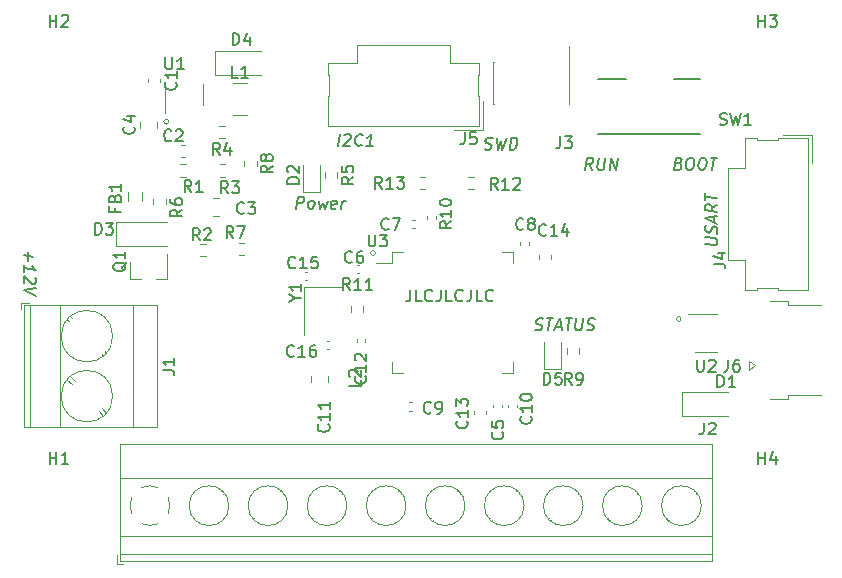
<source format=gbr>
%TF.GenerationSoftware,KiCad,Pcbnew,(5.1.9)-1*%
%TF.CreationDate,2021-03-08T12:26:08+05:30*%
%TF.ProjectId,STM32F4,53544d33-3246-4342-9e6b-696361645f70,rev?*%
%TF.SameCoordinates,Original*%
%TF.FileFunction,Legend,Top*%
%TF.FilePolarity,Positive*%
%FSLAX46Y46*%
G04 Gerber Fmt 4.6, Leading zero omitted, Abs format (unit mm)*
G04 Created by KiCad (PCBNEW (5.1.9)-1) date 2021-03-08 12:26:08*
%MOMM*%
%LPD*%
G01*
G04 APERTURE LIST*
%ADD10C,0.150000*%
%ADD11C,0.120000*%
G04 APERTURE END LIST*
D10*
X59766666Y-48502380D02*
X59766666Y-49216666D01*
X59719047Y-49359523D01*
X59623809Y-49454761D01*
X59480952Y-49502380D01*
X59385714Y-49502380D01*
X60719047Y-49502380D02*
X60242857Y-49502380D01*
X60242857Y-48502380D01*
X61623809Y-49407142D02*
X61576190Y-49454761D01*
X61433333Y-49502380D01*
X61338095Y-49502380D01*
X61195238Y-49454761D01*
X61100000Y-49359523D01*
X61052380Y-49264285D01*
X61004761Y-49073809D01*
X61004761Y-48930952D01*
X61052380Y-48740476D01*
X61100000Y-48645238D01*
X61195238Y-48550000D01*
X61338095Y-48502380D01*
X61433333Y-48502380D01*
X61576190Y-48550000D01*
X61623809Y-48597619D01*
X62338095Y-48502380D02*
X62338095Y-49216666D01*
X62290476Y-49359523D01*
X62195238Y-49454761D01*
X62052380Y-49502380D01*
X61957142Y-49502380D01*
X63290476Y-49502380D02*
X62814285Y-49502380D01*
X62814285Y-48502380D01*
X64195238Y-49407142D02*
X64147619Y-49454761D01*
X64004761Y-49502380D01*
X63909523Y-49502380D01*
X63766666Y-49454761D01*
X63671428Y-49359523D01*
X63623809Y-49264285D01*
X63576190Y-49073809D01*
X63576190Y-48930952D01*
X63623809Y-48740476D01*
X63671428Y-48645238D01*
X63766666Y-48550000D01*
X63909523Y-48502380D01*
X64004761Y-48502380D01*
X64147619Y-48550000D01*
X64195238Y-48597619D01*
X64909523Y-48502380D02*
X64909523Y-49216666D01*
X64861904Y-49359523D01*
X64766666Y-49454761D01*
X64623809Y-49502380D01*
X64528571Y-49502380D01*
X65861904Y-49502380D02*
X65385714Y-49502380D01*
X65385714Y-48502380D01*
X66766666Y-49407142D02*
X66719047Y-49454761D01*
X66576190Y-49502380D01*
X66480952Y-49502380D01*
X66338095Y-49454761D01*
X66242857Y-49359523D01*
X66195238Y-49264285D01*
X66147619Y-49073809D01*
X66147619Y-48930952D01*
X66195238Y-48740476D01*
X66242857Y-48645238D01*
X66338095Y-48550000D01*
X66480952Y-48502380D01*
X66576190Y-48502380D01*
X66719047Y-48550000D01*
X66766666Y-48597619D01*
D11*
X39300000Y-34300000D02*
G75*
G03*
X39300000Y-34300000I-200000J0D01*
G01*
X82700000Y-51000000D02*
G75*
G03*
X82700000Y-51000000I-200000J0D01*
G01*
X56800000Y-45400000D02*
G75*
G03*
X56800000Y-45400000I-200000J0D01*
G01*
D10*
X84752380Y-44646413D02*
X85561904Y-44747604D01*
X85657142Y-44711889D01*
X85704761Y-44670223D01*
X85752380Y-44580937D01*
X85752380Y-44390461D01*
X85704761Y-44289270D01*
X85657142Y-44235699D01*
X85561904Y-44176175D01*
X84752380Y-44074985D01*
X85704761Y-43765461D02*
X85752380Y-43628556D01*
X85752380Y-43390461D01*
X85704761Y-43289270D01*
X85657142Y-43235699D01*
X85561904Y-43176175D01*
X85466666Y-43164270D01*
X85371428Y-43199985D01*
X85323809Y-43241651D01*
X85276190Y-43330937D01*
X85228571Y-43515461D01*
X85180952Y-43604747D01*
X85133333Y-43646413D01*
X85038095Y-43682127D01*
X84942857Y-43670223D01*
X84847619Y-43610699D01*
X84800000Y-43557127D01*
X84752380Y-43455937D01*
X84752380Y-43217842D01*
X84800000Y-43080937D01*
X85466666Y-42783318D02*
X85466666Y-42307127D01*
X85752380Y-42914270D02*
X84752380Y-42455937D01*
X85752380Y-42247604D01*
X85752380Y-41342842D02*
X85276190Y-41616651D01*
X85752380Y-41914270D02*
X84752380Y-41789270D01*
X84752380Y-41408318D01*
X84800000Y-41319032D01*
X84847619Y-41277366D01*
X84942857Y-41241651D01*
X85085714Y-41259508D01*
X85180952Y-41319032D01*
X85228571Y-41372604D01*
X85276190Y-41473794D01*
X85276190Y-41854747D01*
X84752380Y-40932127D02*
X84752380Y-40360699D01*
X85752380Y-40771413D02*
X84752380Y-40646413D01*
X82508348Y-37828571D02*
X82645252Y-37876190D01*
X82686919Y-37923809D01*
X82722633Y-38019047D01*
X82704776Y-38161904D01*
X82645252Y-38257142D01*
X82591681Y-38304761D01*
X82490491Y-38352380D01*
X82109538Y-38352380D01*
X82234538Y-37352380D01*
X82567872Y-37352380D01*
X82657157Y-37400000D01*
X82698824Y-37447619D01*
X82734538Y-37542857D01*
X82722633Y-37638095D01*
X82663110Y-37733333D01*
X82609538Y-37780952D01*
X82508348Y-37828571D01*
X82175014Y-37828571D01*
X83425014Y-37352380D02*
X83615491Y-37352380D01*
X83704776Y-37400000D01*
X83788110Y-37495238D01*
X83811919Y-37685714D01*
X83770252Y-38019047D01*
X83698824Y-38209523D01*
X83591681Y-38304761D01*
X83490491Y-38352380D01*
X83300014Y-38352380D01*
X83210729Y-38304761D01*
X83127395Y-38209523D01*
X83103586Y-38019047D01*
X83145252Y-37685714D01*
X83216681Y-37495238D01*
X83323824Y-37400000D01*
X83425014Y-37352380D01*
X84472633Y-37352380D02*
X84663110Y-37352380D01*
X84752395Y-37400000D01*
X84835729Y-37495238D01*
X84859538Y-37685714D01*
X84817872Y-38019047D01*
X84746443Y-38209523D01*
X84639300Y-38304761D01*
X84538110Y-38352380D01*
X84347633Y-38352380D01*
X84258348Y-38304761D01*
X84175014Y-38209523D01*
X84151205Y-38019047D01*
X84192872Y-37685714D01*
X84264300Y-37495238D01*
X84371443Y-37400000D01*
X84472633Y-37352380D01*
X85186919Y-37352380D02*
X85758348Y-37352380D01*
X85347633Y-38352380D02*
X85472633Y-37352380D01*
X75161919Y-38352380D02*
X74888110Y-37876190D01*
X74590491Y-38352380D02*
X74715491Y-37352380D01*
X75096443Y-37352380D01*
X75185729Y-37400000D01*
X75227395Y-37447619D01*
X75263110Y-37542857D01*
X75245252Y-37685714D01*
X75185729Y-37780952D01*
X75132157Y-37828571D01*
X75030967Y-37876190D01*
X74650014Y-37876190D01*
X75715491Y-37352380D02*
X75614300Y-38161904D01*
X75650014Y-38257142D01*
X75691681Y-38304761D01*
X75780967Y-38352380D01*
X75971443Y-38352380D01*
X76072633Y-38304761D01*
X76126205Y-38257142D01*
X76185729Y-38161904D01*
X76286919Y-37352380D01*
X76638110Y-38352380D02*
X76763110Y-37352380D01*
X77209538Y-38352380D01*
X77334538Y-37352380D01*
X66048824Y-36604761D02*
X66185729Y-36652380D01*
X66423824Y-36652380D01*
X66525014Y-36604761D01*
X66578586Y-36557142D01*
X66638110Y-36461904D01*
X66650014Y-36366666D01*
X66614300Y-36271428D01*
X66572633Y-36223809D01*
X66483348Y-36176190D01*
X66298824Y-36128571D01*
X66209538Y-36080952D01*
X66167872Y-36033333D01*
X66132157Y-35938095D01*
X66144062Y-35842857D01*
X66203586Y-35747619D01*
X66257157Y-35700000D01*
X66358348Y-35652380D01*
X66596443Y-35652380D01*
X66733348Y-35700000D01*
X67072633Y-35652380D02*
X67185729Y-36652380D01*
X67465491Y-35938095D01*
X67566681Y-36652380D01*
X67929776Y-35652380D01*
X68185729Y-36652380D02*
X68310729Y-35652380D01*
X68548824Y-35652380D01*
X68685729Y-35700000D01*
X68769062Y-35795238D01*
X68804776Y-35890476D01*
X68828586Y-36080952D01*
X68810729Y-36223809D01*
X68739300Y-36414285D01*
X68679776Y-36509523D01*
X68572633Y-36604761D01*
X68423824Y-36652380D01*
X68185729Y-36652380D01*
X53647633Y-36352380D02*
X53772633Y-35352380D01*
X54189300Y-35447619D02*
X54242872Y-35400000D01*
X54344062Y-35352380D01*
X54582157Y-35352380D01*
X54671443Y-35400000D01*
X54713110Y-35447619D01*
X54748824Y-35542857D01*
X54736919Y-35638095D01*
X54671443Y-35780952D01*
X54028586Y-36352380D01*
X54647633Y-36352380D01*
X55659538Y-36257142D02*
X55605967Y-36304761D01*
X55457157Y-36352380D01*
X55361919Y-36352380D01*
X55225014Y-36304761D01*
X55141681Y-36209523D01*
X55105967Y-36114285D01*
X55082157Y-35923809D01*
X55100014Y-35780952D01*
X55171443Y-35590476D01*
X55230967Y-35495238D01*
X55338110Y-35400000D01*
X55486919Y-35352380D01*
X55582157Y-35352380D01*
X55719062Y-35400000D01*
X55760729Y-35447619D01*
X56600014Y-36352380D02*
X56028586Y-36352380D01*
X56314300Y-36352380D02*
X56439300Y-35352380D01*
X56326205Y-35495238D01*
X56219062Y-35590476D01*
X56117872Y-35638095D01*
X27428571Y-45285729D02*
X27428571Y-46047633D01*
X27047619Y-45619062D02*
X27809523Y-45714300D01*
X27047619Y-47000014D02*
X27047619Y-46428586D01*
X27047619Y-46714300D02*
X28047619Y-46839300D01*
X27904761Y-46726205D01*
X27809523Y-46619062D01*
X27761904Y-46517872D01*
X27952380Y-47494062D02*
X28000000Y-47547633D01*
X28047619Y-47648824D01*
X28047619Y-47886919D01*
X28000000Y-47976205D01*
X27952380Y-48017872D01*
X27857142Y-48053586D01*
X27761904Y-48041681D01*
X27619047Y-47976205D01*
X27047619Y-47333348D01*
X27047619Y-47952395D01*
X28047619Y-48363110D02*
X27047619Y-48571443D01*
X28047619Y-49029776D01*
X70329776Y-51904761D02*
X70466681Y-51952380D01*
X70704776Y-51952380D01*
X70805967Y-51904761D01*
X70859538Y-51857142D01*
X70919062Y-51761904D01*
X70930967Y-51666666D01*
X70895252Y-51571428D01*
X70853586Y-51523809D01*
X70764300Y-51476190D01*
X70579776Y-51428571D01*
X70490491Y-51380952D01*
X70448824Y-51333333D01*
X70413110Y-51238095D01*
X70425014Y-51142857D01*
X70484538Y-51047619D01*
X70538110Y-51000000D01*
X70639300Y-50952380D01*
X70877395Y-50952380D01*
X71014300Y-51000000D01*
X71305967Y-50952380D02*
X71877395Y-50952380D01*
X71466681Y-51952380D02*
X71591681Y-50952380D01*
X72073824Y-51666666D02*
X72550014Y-51666666D01*
X71942872Y-51952380D02*
X72401205Y-50952380D01*
X72609538Y-51952380D01*
X72925014Y-50952380D02*
X73496443Y-50952380D01*
X73085729Y-51952380D02*
X73210729Y-50952380D01*
X73829776Y-50952380D02*
X73728586Y-51761904D01*
X73764300Y-51857142D01*
X73805967Y-51904761D01*
X73895252Y-51952380D01*
X74085729Y-51952380D01*
X74186919Y-51904761D01*
X74240491Y-51857142D01*
X74300014Y-51761904D01*
X74401205Y-50952380D01*
X74710729Y-51904761D02*
X74847633Y-51952380D01*
X75085729Y-51952380D01*
X75186919Y-51904761D01*
X75240491Y-51857142D01*
X75300014Y-51761904D01*
X75311919Y-51666666D01*
X75276205Y-51571428D01*
X75234538Y-51523809D01*
X75145252Y-51476190D01*
X74960729Y-51428571D01*
X74871443Y-51380952D01*
X74829776Y-51333333D01*
X74794062Y-51238095D01*
X74805967Y-51142857D01*
X74865491Y-51047619D01*
X74919062Y-51000000D01*
X75020252Y-50952380D01*
X75258348Y-50952380D01*
X75395252Y-51000000D01*
X50123824Y-41652380D02*
X50248824Y-40652380D01*
X50629776Y-40652380D01*
X50719062Y-40700000D01*
X50760729Y-40747619D01*
X50796443Y-40842857D01*
X50778586Y-40985714D01*
X50719062Y-41080952D01*
X50665491Y-41128571D01*
X50564300Y-41176190D01*
X50183348Y-41176190D01*
X51266681Y-41652380D02*
X51177395Y-41604761D01*
X51135729Y-41557142D01*
X51100014Y-41461904D01*
X51135729Y-41176190D01*
X51195252Y-41080952D01*
X51248824Y-41033333D01*
X51350014Y-40985714D01*
X51492872Y-40985714D01*
X51582157Y-41033333D01*
X51623824Y-41080952D01*
X51659538Y-41176190D01*
X51623824Y-41461904D01*
X51564300Y-41557142D01*
X51510729Y-41604761D01*
X51409538Y-41652380D01*
X51266681Y-41652380D01*
X52016681Y-40985714D02*
X52123824Y-41652380D01*
X52373824Y-41176190D01*
X52504776Y-41652380D01*
X52778586Y-40985714D01*
X53463110Y-41604761D02*
X53361919Y-41652380D01*
X53171443Y-41652380D01*
X53082157Y-41604761D01*
X53046443Y-41509523D01*
X53094062Y-41128571D01*
X53153586Y-41033333D01*
X53254776Y-40985714D01*
X53445252Y-40985714D01*
X53534538Y-41033333D01*
X53570252Y-41128571D01*
X53558348Y-41223809D01*
X53070252Y-41319047D01*
X53933348Y-41652380D02*
X54016681Y-40985714D01*
X53992872Y-41176190D02*
X54052395Y-41080952D01*
X54105967Y-41033333D01*
X54207157Y-40985714D01*
X54302395Y-40985714D01*
D11*
%TO.C,C1*%
X38610000Y-30659420D02*
X38610000Y-30940580D01*
X37590000Y-30659420D02*
X37590000Y-30940580D01*
%TO.C,U3*%
X67496500Y-55566500D02*
X68446500Y-55566500D01*
X68446500Y-55566500D02*
X68446500Y-54616500D01*
X59176500Y-55566500D02*
X58226500Y-55566500D01*
X58226500Y-55566500D02*
X58226500Y-54616500D01*
X67496500Y-45346500D02*
X68446500Y-45346500D01*
X68446500Y-45346500D02*
X68446500Y-46296500D01*
X59176500Y-45346500D02*
X58226500Y-45346500D01*
X58226500Y-45346500D02*
X58226500Y-46296500D01*
X58226500Y-46296500D02*
X56886500Y-46296500D01*
%TO.C,C12*%
X55960000Y-52907836D02*
X55960000Y-52692164D01*
X55240000Y-52907836D02*
X55240000Y-52692164D01*
%TO.C,C2*%
X40653580Y-36290000D02*
X40372420Y-36290000D01*
X40653580Y-37310000D02*
X40372420Y-37310000D01*
%TO.C,R4*%
X43577742Y-35701500D02*
X44052258Y-35701500D01*
X43577742Y-34656500D02*
X44052258Y-34656500D01*
%TO.C,R3*%
X43641742Y-38940000D02*
X44116258Y-38940000D01*
X43641742Y-37895000D02*
X44116258Y-37895000D01*
%TO.C,R2*%
X41990742Y-44626000D02*
X42465258Y-44626000D01*
X41990742Y-45671000D02*
X42465258Y-45671000D01*
%TO.C,J1*%
X34565000Y-52451000D02*
G75*
G03*
X34565000Y-52451000I-2180000J0D01*
G01*
X34565000Y-57531000D02*
G75*
G03*
X34565000Y-57531000I-2180000J0D01*
G01*
X27585000Y-49851000D02*
X27585000Y-60131000D01*
X30085000Y-49851000D02*
X30085000Y-60131000D01*
X36285000Y-49851000D02*
X36285000Y-60131000D01*
X38345000Y-49851000D02*
X38345000Y-60131000D01*
X27025000Y-49851000D02*
X27025000Y-60131000D01*
X38345000Y-49851000D02*
X27025000Y-49851000D01*
X38345000Y-60131000D02*
X27025000Y-60131000D01*
X33773000Y-54105000D02*
X33666000Y-53998000D01*
X30838000Y-51169000D02*
X30731000Y-51063000D01*
X34039000Y-53839000D02*
X33932000Y-53732000D01*
X31104000Y-50903000D02*
X30997000Y-50797000D01*
X33773000Y-59185000D02*
X33377000Y-58790000D01*
X31111000Y-56524000D02*
X30731000Y-56144000D01*
X34039000Y-58919000D02*
X33659000Y-58539000D01*
X31393000Y-56273000D02*
X30997000Y-55878000D01*
X27525000Y-49611000D02*
X26785000Y-49611000D01*
X26785000Y-49611000D02*
X26785000Y-50111000D01*
%TO.C,J3*%
X66830000Y-32765000D02*
X66765000Y-32765000D01*
X66830000Y-29235000D02*
X66765000Y-29235000D01*
X73235000Y-32765000D02*
X73170000Y-32765000D01*
X73235000Y-29235000D02*
X73170000Y-29235000D01*
X73170000Y-27910000D02*
X73170000Y-29235000D01*
X66765000Y-29235000D02*
X66765000Y-32765000D01*
X73235000Y-29235000D02*
X73235000Y-32765000D01*
%TO.C,Q1*%
X36012000Y-47623000D02*
X36942000Y-47623000D01*
X39172000Y-47623000D02*
X38242000Y-47623000D01*
X39172000Y-47623000D02*
X39172000Y-45463000D01*
X36012000Y-47623000D02*
X36012000Y-46163000D01*
%TO.C,R13*%
X61037258Y-40022500D02*
X60562742Y-40022500D01*
X61037258Y-38977500D02*
X60562742Y-38977500D01*
%TO.C,U1*%
X39030000Y-31104000D02*
X39030000Y-33554000D01*
X42250000Y-32904000D02*
X42250000Y-31104000D01*
%TO.C,R1*%
X40750258Y-38940000D02*
X40275742Y-38940000D01*
X40750258Y-37895000D02*
X40275742Y-37895000D01*
%TO.C,R11*%
X54749500Y-50376258D02*
X54749500Y-49901742D01*
X55794500Y-50376258D02*
X55794500Y-49901742D01*
%TO.C,R10*%
X61220000Y-42553641D02*
X61220000Y-42246359D01*
X61980000Y-42553641D02*
X61980000Y-42246359D01*
%TO.C,U2*%
X83900000Y-53810000D02*
X85700000Y-53810000D01*
X85700000Y-50590000D02*
X83250000Y-50590000D01*
%TO.C,R6*%
X38022000Y-41290258D02*
X38022000Y-40815742D01*
X39067000Y-41290258D02*
X39067000Y-40815742D01*
%TO.C,R7*%
X45228742Y-45607500D02*
X45703258Y-45607500D01*
X45228742Y-44562500D02*
X45703258Y-44562500D01*
%TO.C,Y1*%
X54064500Y-48329500D02*
X50764500Y-48329500D01*
X50764500Y-48329500D02*
X50764500Y-52329500D01*
%TO.C,J4*%
X93460000Y-35690000D02*
X90930000Y-35690000D01*
X90930000Y-35690000D02*
X90930000Y-35820000D01*
X90930000Y-35820000D02*
X89120000Y-35820000D01*
X89120000Y-35820000D02*
X89120000Y-35690000D01*
X89120000Y-35690000D02*
X88140000Y-35690000D01*
X88140000Y-35690000D02*
X88140000Y-38190000D01*
X88140000Y-38190000D02*
X86640000Y-38190000D01*
X86640000Y-38190000D02*
X86640000Y-46030000D01*
X86640000Y-46030000D02*
X88140000Y-46030000D01*
X88140000Y-46030000D02*
X88140000Y-48530000D01*
X88140000Y-48530000D02*
X89120000Y-48530000D01*
X89120000Y-48530000D02*
X89120000Y-48400000D01*
X89120000Y-48400000D02*
X90930000Y-48400000D01*
X90930000Y-48400000D02*
X90930000Y-48530000D01*
X90930000Y-48530000D02*
X93460000Y-48530000D01*
X93460000Y-48530000D02*
X93460000Y-35690000D01*
X91350000Y-35390000D02*
X93760000Y-35390000D01*
X93760000Y-35390000D02*
X93760000Y-37800000D01*
%TO.C,R9*%
X74082500Y-53932258D02*
X74082500Y-53457742D01*
X73037500Y-53932258D02*
X73037500Y-53457742D01*
D10*
%TO.C,SW1*%
X78000000Y-30700000D02*
X75700000Y-30700000D01*
X84300000Y-30700000D02*
X82100000Y-30700000D01*
X84300000Y-35300000D02*
X75700000Y-35300000D01*
D11*
%TO.C,J2*%
X34919000Y-71702000D02*
X35419000Y-71702000D01*
X34919000Y-70962000D02*
X34919000Y-71702000D01*
X81492000Y-67825000D02*
X81445000Y-67871000D01*
X83789000Y-65527000D02*
X83754000Y-65563000D01*
X81685000Y-68041000D02*
X81650000Y-68076000D01*
X83994000Y-65733000D02*
X83947000Y-65779000D01*
X76492000Y-67825000D02*
X76445000Y-67871000D01*
X78789000Y-65527000D02*
X78754000Y-65563000D01*
X76685000Y-68041000D02*
X76650000Y-68076000D01*
X78994000Y-65733000D02*
X78947000Y-65779000D01*
X71492000Y-67825000D02*
X71445000Y-67871000D01*
X73789000Y-65527000D02*
X73754000Y-65563000D01*
X71685000Y-68041000D02*
X71650000Y-68076000D01*
X73994000Y-65733000D02*
X73947000Y-65779000D01*
X66492000Y-67825000D02*
X66445000Y-67871000D01*
X68789000Y-65527000D02*
X68754000Y-65563000D01*
X66685000Y-68041000D02*
X66650000Y-68076000D01*
X68994000Y-65733000D02*
X68947000Y-65779000D01*
X61492000Y-67825000D02*
X61445000Y-67871000D01*
X63789000Y-65527000D02*
X63754000Y-65563000D01*
X61685000Y-68041000D02*
X61650000Y-68076000D01*
X63994000Y-65733000D02*
X63947000Y-65779000D01*
X56492000Y-67825000D02*
X56445000Y-67871000D01*
X58789000Y-65527000D02*
X58754000Y-65563000D01*
X56685000Y-68041000D02*
X56650000Y-68076000D01*
X58994000Y-65733000D02*
X58947000Y-65779000D01*
X51492000Y-67825000D02*
X51445000Y-67871000D01*
X53789000Y-65527000D02*
X53754000Y-65563000D01*
X51685000Y-68041000D02*
X51650000Y-68076000D01*
X53994000Y-65733000D02*
X53947000Y-65779000D01*
X46492000Y-67825000D02*
X46445000Y-67871000D01*
X48789000Y-65527000D02*
X48754000Y-65563000D01*
X46685000Y-68041000D02*
X46650000Y-68076000D01*
X48994000Y-65733000D02*
X48947000Y-65779000D01*
X41492000Y-67825000D02*
X41445000Y-67871000D01*
X43789000Y-65527000D02*
X43754000Y-65563000D01*
X41685000Y-68041000D02*
X41650000Y-68076000D01*
X43994000Y-65733000D02*
X43947000Y-65779000D01*
X85279000Y-61541000D02*
X85279000Y-71462000D01*
X35159000Y-61541000D02*
X35159000Y-71462000D01*
X35159000Y-71462000D02*
X85279000Y-71462000D01*
X35159000Y-61541000D02*
X85279000Y-61541000D01*
X35159000Y-64501000D02*
X85279000Y-64501000D01*
X35159000Y-69402000D02*
X85279000Y-69402000D01*
X35159000Y-70902000D02*
X85279000Y-70902000D01*
X84399000Y-66802000D02*
G75*
G03*
X84399000Y-66802000I-1680000J0D01*
G01*
X79399000Y-66802000D02*
G75*
G03*
X79399000Y-66802000I-1680000J0D01*
G01*
X74399000Y-66802000D02*
G75*
G03*
X74399000Y-66802000I-1680000J0D01*
G01*
X69399000Y-66802000D02*
G75*
G03*
X69399000Y-66802000I-1680000J0D01*
G01*
X64399000Y-66802000D02*
G75*
G03*
X64399000Y-66802000I-1680000J0D01*
G01*
X59399000Y-66802000D02*
G75*
G03*
X59399000Y-66802000I-1680000J0D01*
G01*
X54399000Y-66802000D02*
G75*
G03*
X54399000Y-66802000I-1680000J0D01*
G01*
X49399000Y-66802000D02*
G75*
G03*
X49399000Y-66802000I-1680000J0D01*
G01*
X44399000Y-66802000D02*
G75*
G03*
X44399000Y-66802000I-1680000J0D01*
G01*
X38402318Y-68336756D02*
G75*
G02*
X37719000Y-68482000I-683318J1534756D01*
G01*
X39254426Y-66118958D02*
G75*
G02*
X39254000Y-67486000I-1535426J-683042D01*
G01*
X37035958Y-65266574D02*
G75*
G02*
X38403000Y-65267000I683042J-1535426D01*
G01*
X36183574Y-67485042D02*
G75*
G02*
X36184000Y-66118000I1535426J683042D01*
G01*
X37747805Y-68482253D02*
G75*
G02*
X37035000Y-68337000I-28805J1680253D01*
G01*
%TO.C,L1*%
X44736936Y-33745000D02*
X45941064Y-33745000D01*
X44736936Y-31025000D02*
X45941064Y-31025000D01*
%TO.C,R12*%
X64662742Y-40022500D02*
X65137258Y-40022500D01*
X64662742Y-38977500D02*
X65137258Y-38977500D01*
%TO.C,J5*%
X65910000Y-34960000D02*
X63500000Y-34960000D01*
X65910000Y-32550000D02*
X65910000Y-34960000D01*
X52770000Y-34660000D02*
X65610000Y-34660000D01*
X52770000Y-32130000D02*
X52770000Y-34660000D01*
X52900000Y-32130000D02*
X52770000Y-32130000D01*
X52900000Y-30320000D02*
X52900000Y-32130000D01*
X52770000Y-30320000D02*
X52900000Y-30320000D01*
X52770000Y-29340000D02*
X52770000Y-30320000D01*
X55270000Y-29340000D02*
X52770000Y-29340000D01*
X55270000Y-27840000D02*
X55270000Y-29340000D01*
X63110000Y-27840000D02*
X55270000Y-27840000D01*
X63110000Y-29340000D02*
X63110000Y-27840000D01*
X65610000Y-29340000D02*
X63110000Y-29340000D01*
X65610000Y-30320000D02*
X65610000Y-29340000D01*
X65480000Y-30320000D02*
X65610000Y-30320000D01*
X65480000Y-32130000D02*
X65480000Y-30320000D01*
X65610000Y-32130000D02*
X65480000Y-32130000D01*
X65610000Y-34660000D02*
X65610000Y-32130000D01*
%TO.C,R5*%
X53583000Y-39018258D02*
X53583000Y-38543742D01*
X52538000Y-39018258D02*
X52538000Y-38543742D01*
%TO.C,J6*%
X88935000Y-54925000D02*
X88485000Y-55325000D01*
X88485000Y-55325000D02*
X88485000Y-54525000D01*
X88485000Y-54525000D02*
X88935000Y-54925000D01*
X94535000Y-49775000D02*
X91735000Y-49775000D01*
X91735000Y-49775000D02*
X91735000Y-49475000D01*
X91735000Y-49475000D02*
X90185000Y-49475000D01*
X94535000Y-57475000D02*
X91735000Y-57475000D01*
X91735000Y-57775000D02*
X91735000Y-57475000D01*
X91735000Y-57775000D02*
X90185000Y-57775000D01*
%TO.C,R8*%
X45705500Y-37608742D02*
X45705500Y-38083258D01*
X46750500Y-37608742D02*
X46750500Y-38083258D01*
%TO.C,C3*%
X43045748Y-42264000D02*
X43568252Y-42264000D01*
X43045748Y-40794000D02*
X43568252Y-40794000D01*
%TO.C,C16*%
X52894116Y-53539980D02*
X52678444Y-53539980D01*
X52894116Y-52819980D02*
X52678444Y-52819980D01*
%TO.C,D1*%
X82750000Y-57200000D02*
X86650000Y-57200000D01*
X82750000Y-59200000D02*
X86650000Y-59200000D01*
X82750000Y-57200000D02*
X82750000Y-59200000D01*
%TO.C,D3*%
X39150000Y-42800000D02*
X34850000Y-42800000D01*
X34850000Y-42800000D02*
X34850000Y-44800000D01*
X34850000Y-44800000D02*
X39150000Y-44800000D01*
%TO.C,D2*%
X52144500Y-40266000D02*
X52144500Y-37981000D01*
X50674500Y-40266000D02*
X52144500Y-40266000D01*
X50674500Y-37981000D02*
X50674500Y-40266000D01*
%TO.C,D4*%
X43216000Y-28337000D02*
X43216000Y-30337000D01*
X43216000Y-30337000D02*
X47116000Y-30337000D01*
X43216000Y-28337000D02*
X47116000Y-28337000D01*
%TO.C,D5*%
X72517000Y-55243500D02*
X72517000Y-52958500D01*
X71047000Y-55243500D02*
X72517000Y-55243500D01*
X71047000Y-52958500D02*
X71047000Y-55243500D01*
%TO.C,FB1*%
X37010000Y-40250378D02*
X37010000Y-41049622D01*
X35890000Y-40250378D02*
X35890000Y-41049622D01*
%TO.C,C7*%
X59926664Y-43323500D02*
X60142336Y-43323500D01*
X59926664Y-42603500D02*
X60142336Y-42603500D01*
%TO.C,C5*%
X67526600Y-58266164D02*
X67526600Y-58481836D01*
X66806600Y-58266164D02*
X66806600Y-58481836D01*
%TO.C,C8*%
X69792500Y-44722336D02*
X69792500Y-44506664D01*
X69072500Y-44722336D02*
X69072500Y-44506664D01*
%TO.C,C11*%
X52832000Y-55846748D02*
X52832000Y-56369252D01*
X51362000Y-55846748D02*
X51362000Y-56369252D01*
%TO.C,C14*%
X71657000Y-45898080D02*
X71657000Y-45616920D01*
X70637000Y-45898080D02*
X70637000Y-45616920D01*
%TO.C,C13*%
X65176000Y-58761420D02*
X65176000Y-59042580D01*
X66196000Y-58761420D02*
X66196000Y-59042580D01*
%TO.C,C15*%
X51037376Y-46995760D02*
X50821704Y-46995760D01*
X51037376Y-47715760D02*
X50821704Y-47715760D01*
%TO.C,C9*%
X59887836Y-58760000D02*
X59672164Y-58760000D01*
X59887836Y-58040000D02*
X59672164Y-58040000D01*
%TO.C,C6*%
X55443336Y-47133500D02*
X55227664Y-47133500D01*
X55443336Y-46413500D02*
X55227664Y-46413500D01*
%TO.C,C4*%
X38327000Y-34282748D02*
X38327000Y-34805252D01*
X36857000Y-34282748D02*
X36857000Y-34805252D01*
%TO.C,C10*%
X68076600Y-58266164D02*
X68076600Y-58481836D01*
X68796600Y-58266164D02*
X68796600Y-58481836D01*
%TO.C,C1*%
D10*
X39887142Y-30966666D02*
X39934761Y-31014285D01*
X39982380Y-31157142D01*
X39982380Y-31252380D01*
X39934761Y-31395238D01*
X39839523Y-31490476D01*
X39744285Y-31538095D01*
X39553809Y-31585714D01*
X39410952Y-31585714D01*
X39220476Y-31538095D01*
X39125238Y-31490476D01*
X39030000Y-31395238D01*
X38982380Y-31252380D01*
X38982380Y-31157142D01*
X39030000Y-31014285D01*
X39077619Y-30966666D01*
X39982380Y-30014285D02*
X39982380Y-30585714D01*
X39982380Y-30300000D02*
X38982380Y-30300000D01*
X39125238Y-30395238D01*
X39220476Y-30490476D01*
X39268095Y-30585714D01*
%TO.C,U3*%
X56238095Y-43852380D02*
X56238095Y-44661904D01*
X56285714Y-44757142D01*
X56333333Y-44804761D01*
X56428571Y-44852380D01*
X56619047Y-44852380D01*
X56714285Y-44804761D01*
X56761904Y-44757142D01*
X56809523Y-44661904D01*
X56809523Y-43852380D01*
X57190476Y-43852380D02*
X57809523Y-43852380D01*
X57476190Y-44233333D01*
X57619047Y-44233333D01*
X57714285Y-44280952D01*
X57761904Y-44328571D01*
X57809523Y-44423809D01*
X57809523Y-44661904D01*
X57761904Y-44757142D01*
X57714285Y-44804761D01*
X57619047Y-44852380D01*
X57333333Y-44852380D01*
X57238095Y-44804761D01*
X57190476Y-44757142D01*
%TO.C,H4*%
X89238095Y-63252380D02*
X89238095Y-62252380D01*
X89238095Y-62728571D02*
X89809523Y-62728571D01*
X89809523Y-63252380D02*
X89809523Y-62252380D01*
X90714285Y-62585714D02*
X90714285Y-63252380D01*
X90476190Y-62204761D02*
X90238095Y-62919047D01*
X90857142Y-62919047D01*
%TO.C,H3*%
X89238095Y-26252380D02*
X89238095Y-25252380D01*
X89238095Y-25728571D02*
X89809523Y-25728571D01*
X89809523Y-26252380D02*
X89809523Y-25252380D01*
X90190476Y-25252380D02*
X90809523Y-25252380D01*
X90476190Y-25633333D01*
X90619047Y-25633333D01*
X90714285Y-25680952D01*
X90761904Y-25728571D01*
X90809523Y-25823809D01*
X90809523Y-26061904D01*
X90761904Y-26157142D01*
X90714285Y-26204761D01*
X90619047Y-26252380D01*
X90333333Y-26252380D01*
X90238095Y-26204761D01*
X90190476Y-26157142D01*
%TO.C,H2*%
X29238095Y-26252380D02*
X29238095Y-25252380D01*
X29238095Y-25728571D02*
X29809523Y-25728571D01*
X29809523Y-26252380D02*
X29809523Y-25252380D01*
X30238095Y-25347619D02*
X30285714Y-25300000D01*
X30380952Y-25252380D01*
X30619047Y-25252380D01*
X30714285Y-25300000D01*
X30761904Y-25347619D01*
X30809523Y-25442857D01*
X30809523Y-25538095D01*
X30761904Y-25680952D01*
X30190476Y-26252380D01*
X30809523Y-26252380D01*
%TO.C,H1*%
X29238095Y-63252380D02*
X29238095Y-62252380D01*
X29238095Y-62728571D02*
X29809523Y-62728571D01*
X29809523Y-63252380D02*
X29809523Y-62252380D01*
X30809523Y-63252380D02*
X30238095Y-63252380D01*
X30523809Y-63252380D02*
X30523809Y-62252380D01*
X30428571Y-62395238D01*
X30333333Y-62490476D01*
X30238095Y-62538095D01*
%TO.C,C12*%
X55957142Y-55842857D02*
X56004761Y-55890476D01*
X56052380Y-56033333D01*
X56052380Y-56128571D01*
X56004761Y-56271428D01*
X55909523Y-56366666D01*
X55814285Y-56414285D01*
X55623809Y-56461904D01*
X55480952Y-56461904D01*
X55290476Y-56414285D01*
X55195238Y-56366666D01*
X55100000Y-56271428D01*
X55052380Y-56128571D01*
X55052380Y-56033333D01*
X55100000Y-55890476D01*
X55147619Y-55842857D01*
X56052380Y-54890476D02*
X56052380Y-55461904D01*
X56052380Y-55176190D02*
X55052380Y-55176190D01*
X55195238Y-55271428D01*
X55290476Y-55366666D01*
X55338095Y-55461904D01*
X55147619Y-54509523D02*
X55100000Y-54461904D01*
X55052380Y-54366666D01*
X55052380Y-54128571D01*
X55100000Y-54033333D01*
X55147619Y-53985714D01*
X55242857Y-53938095D01*
X55338095Y-53938095D01*
X55480952Y-53985714D01*
X56052380Y-54557142D01*
X56052380Y-53938095D01*
%TO.C,C2*%
X39533333Y-35857142D02*
X39485714Y-35904761D01*
X39342857Y-35952380D01*
X39247619Y-35952380D01*
X39104761Y-35904761D01*
X39009523Y-35809523D01*
X38961904Y-35714285D01*
X38914285Y-35523809D01*
X38914285Y-35380952D01*
X38961904Y-35190476D01*
X39009523Y-35095238D01*
X39104761Y-35000000D01*
X39247619Y-34952380D01*
X39342857Y-34952380D01*
X39485714Y-35000000D01*
X39533333Y-35047619D01*
X39914285Y-35047619D02*
X39961904Y-35000000D01*
X40057142Y-34952380D01*
X40295238Y-34952380D01*
X40390476Y-35000000D01*
X40438095Y-35047619D01*
X40485714Y-35142857D01*
X40485714Y-35238095D01*
X40438095Y-35380952D01*
X39866666Y-35952380D01*
X40485714Y-35952380D01*
%TO.C,R4*%
X43648333Y-37091880D02*
X43315000Y-36615690D01*
X43076904Y-37091880D02*
X43076904Y-36091880D01*
X43457857Y-36091880D01*
X43553095Y-36139500D01*
X43600714Y-36187119D01*
X43648333Y-36282357D01*
X43648333Y-36425214D01*
X43600714Y-36520452D01*
X43553095Y-36568071D01*
X43457857Y-36615690D01*
X43076904Y-36615690D01*
X44505476Y-36425214D02*
X44505476Y-37091880D01*
X44267380Y-36044261D02*
X44029285Y-36758547D01*
X44648333Y-36758547D01*
%TO.C,R3*%
X44333333Y-40352380D02*
X44000000Y-39876190D01*
X43761904Y-40352380D02*
X43761904Y-39352380D01*
X44142857Y-39352380D01*
X44238095Y-39400000D01*
X44285714Y-39447619D01*
X44333333Y-39542857D01*
X44333333Y-39685714D01*
X44285714Y-39780952D01*
X44238095Y-39828571D01*
X44142857Y-39876190D01*
X43761904Y-39876190D01*
X44666666Y-39352380D02*
X45285714Y-39352380D01*
X44952380Y-39733333D01*
X45095238Y-39733333D01*
X45190476Y-39780952D01*
X45238095Y-39828571D01*
X45285714Y-39923809D01*
X45285714Y-40161904D01*
X45238095Y-40257142D01*
X45190476Y-40304761D01*
X45095238Y-40352380D01*
X44809523Y-40352380D01*
X44714285Y-40304761D01*
X44666666Y-40257142D01*
%TO.C,R2*%
X41933833Y-44330880D02*
X41600500Y-43854690D01*
X41362404Y-44330880D02*
X41362404Y-43330880D01*
X41743357Y-43330880D01*
X41838595Y-43378500D01*
X41886214Y-43426119D01*
X41933833Y-43521357D01*
X41933833Y-43664214D01*
X41886214Y-43759452D01*
X41838595Y-43807071D01*
X41743357Y-43854690D01*
X41362404Y-43854690D01*
X42314785Y-43426119D02*
X42362404Y-43378500D01*
X42457642Y-43330880D01*
X42695738Y-43330880D01*
X42790976Y-43378500D01*
X42838595Y-43426119D01*
X42886214Y-43521357D01*
X42886214Y-43616595D01*
X42838595Y-43759452D01*
X42267166Y-44330880D01*
X42886214Y-44330880D01*
%TO.C,J1*%
X38797380Y-55324333D02*
X39511666Y-55324333D01*
X39654523Y-55371952D01*
X39749761Y-55467190D01*
X39797380Y-55610047D01*
X39797380Y-55705285D01*
X39797380Y-54324333D02*
X39797380Y-54895761D01*
X39797380Y-54610047D02*
X38797380Y-54610047D01*
X38940238Y-54705285D01*
X39035476Y-54800523D01*
X39083095Y-54895761D01*
%TO.C,J3*%
X72460666Y-35532380D02*
X72460666Y-36246666D01*
X72413047Y-36389523D01*
X72317809Y-36484761D01*
X72174952Y-36532380D01*
X72079714Y-36532380D01*
X72841619Y-35532380D02*
X73460666Y-35532380D01*
X73127333Y-35913333D01*
X73270190Y-35913333D01*
X73365428Y-35960952D01*
X73413047Y-36008571D01*
X73460666Y-36103809D01*
X73460666Y-36341904D01*
X73413047Y-36437142D01*
X73365428Y-36484761D01*
X73270190Y-36532380D01*
X72984476Y-36532380D01*
X72889238Y-36484761D01*
X72841619Y-36437142D01*
%TO.C,Q1*%
X35726619Y-46196238D02*
X35679000Y-46291476D01*
X35583761Y-46386714D01*
X35440904Y-46529571D01*
X35393285Y-46624809D01*
X35393285Y-46720047D01*
X35631380Y-46672428D02*
X35583761Y-46767666D01*
X35488523Y-46862904D01*
X35298047Y-46910523D01*
X34964714Y-46910523D01*
X34774238Y-46862904D01*
X34679000Y-46767666D01*
X34631380Y-46672428D01*
X34631380Y-46481952D01*
X34679000Y-46386714D01*
X34774238Y-46291476D01*
X34964714Y-46243857D01*
X35298047Y-46243857D01*
X35488523Y-46291476D01*
X35583761Y-46386714D01*
X35631380Y-46481952D01*
X35631380Y-46672428D01*
X35631380Y-45291476D02*
X35631380Y-45862904D01*
X35631380Y-45577190D02*
X34631380Y-45577190D01*
X34774238Y-45672428D01*
X34869476Y-45767666D01*
X34917095Y-45862904D01*
%TO.C,R13*%
X57357142Y-39952380D02*
X57023809Y-39476190D01*
X56785714Y-39952380D02*
X56785714Y-38952380D01*
X57166666Y-38952380D01*
X57261904Y-39000000D01*
X57309523Y-39047619D01*
X57357142Y-39142857D01*
X57357142Y-39285714D01*
X57309523Y-39380952D01*
X57261904Y-39428571D01*
X57166666Y-39476190D01*
X56785714Y-39476190D01*
X58309523Y-39952380D02*
X57738095Y-39952380D01*
X58023809Y-39952380D02*
X58023809Y-38952380D01*
X57928571Y-39095238D01*
X57833333Y-39190476D01*
X57738095Y-39238095D01*
X58642857Y-38952380D02*
X59261904Y-38952380D01*
X58928571Y-39333333D01*
X59071428Y-39333333D01*
X59166666Y-39380952D01*
X59214285Y-39428571D01*
X59261904Y-39523809D01*
X59261904Y-39761904D01*
X59214285Y-39857142D01*
X59166666Y-39904761D01*
X59071428Y-39952380D01*
X58785714Y-39952380D01*
X58690476Y-39904761D01*
X58642857Y-39857142D01*
%TO.C,U1*%
X39038095Y-28852380D02*
X39038095Y-29661904D01*
X39085714Y-29757142D01*
X39133333Y-29804761D01*
X39228571Y-29852380D01*
X39419047Y-29852380D01*
X39514285Y-29804761D01*
X39561904Y-29757142D01*
X39609523Y-29661904D01*
X39609523Y-28852380D01*
X40609523Y-29852380D02*
X40038095Y-29852380D01*
X40323809Y-29852380D02*
X40323809Y-28852380D01*
X40228571Y-28995238D01*
X40133333Y-29090476D01*
X40038095Y-29138095D01*
%TO.C,R1*%
X41233333Y-40252380D02*
X40900000Y-39776190D01*
X40661904Y-40252380D02*
X40661904Y-39252380D01*
X41042857Y-39252380D01*
X41138095Y-39300000D01*
X41185714Y-39347619D01*
X41233333Y-39442857D01*
X41233333Y-39585714D01*
X41185714Y-39680952D01*
X41138095Y-39728571D01*
X41042857Y-39776190D01*
X40661904Y-39776190D01*
X42185714Y-40252380D02*
X41614285Y-40252380D01*
X41900000Y-40252380D02*
X41900000Y-39252380D01*
X41804761Y-39395238D01*
X41709523Y-39490476D01*
X41614285Y-39538095D01*
%TO.C,R11*%
X54657142Y-48552380D02*
X54323809Y-48076190D01*
X54085714Y-48552380D02*
X54085714Y-47552380D01*
X54466666Y-47552380D01*
X54561904Y-47600000D01*
X54609523Y-47647619D01*
X54657142Y-47742857D01*
X54657142Y-47885714D01*
X54609523Y-47980952D01*
X54561904Y-48028571D01*
X54466666Y-48076190D01*
X54085714Y-48076190D01*
X55609523Y-48552380D02*
X55038095Y-48552380D01*
X55323809Y-48552380D02*
X55323809Y-47552380D01*
X55228571Y-47695238D01*
X55133333Y-47790476D01*
X55038095Y-47838095D01*
X56561904Y-48552380D02*
X55990476Y-48552380D01*
X56276190Y-48552380D02*
X56276190Y-47552380D01*
X56180952Y-47695238D01*
X56085714Y-47790476D01*
X55990476Y-47838095D01*
%TO.C,R10*%
X63252380Y-42742857D02*
X62776190Y-43076190D01*
X63252380Y-43314285D02*
X62252380Y-43314285D01*
X62252380Y-42933333D01*
X62300000Y-42838095D01*
X62347619Y-42790476D01*
X62442857Y-42742857D01*
X62585714Y-42742857D01*
X62680952Y-42790476D01*
X62728571Y-42838095D01*
X62776190Y-42933333D01*
X62776190Y-43314285D01*
X63252380Y-41790476D02*
X63252380Y-42361904D01*
X63252380Y-42076190D02*
X62252380Y-42076190D01*
X62395238Y-42171428D01*
X62490476Y-42266666D01*
X62538095Y-42361904D01*
X62252380Y-41171428D02*
X62252380Y-41076190D01*
X62300000Y-40980952D01*
X62347619Y-40933333D01*
X62442857Y-40885714D01*
X62633333Y-40838095D01*
X62871428Y-40838095D01*
X63061904Y-40885714D01*
X63157142Y-40933333D01*
X63204761Y-40980952D01*
X63252380Y-41076190D01*
X63252380Y-41171428D01*
X63204761Y-41266666D01*
X63157142Y-41314285D01*
X63061904Y-41361904D01*
X62871428Y-41409523D01*
X62633333Y-41409523D01*
X62442857Y-41361904D01*
X62347619Y-41314285D01*
X62300000Y-41266666D01*
X62252380Y-41171428D01*
%TO.C,U2*%
X84038095Y-54452380D02*
X84038095Y-55261904D01*
X84085714Y-55357142D01*
X84133333Y-55404761D01*
X84228571Y-55452380D01*
X84419047Y-55452380D01*
X84514285Y-55404761D01*
X84561904Y-55357142D01*
X84609523Y-55261904D01*
X84609523Y-54452380D01*
X85038095Y-54547619D02*
X85085714Y-54500000D01*
X85180952Y-54452380D01*
X85419047Y-54452380D01*
X85514285Y-54500000D01*
X85561904Y-54547619D01*
X85609523Y-54642857D01*
X85609523Y-54738095D01*
X85561904Y-54880952D01*
X84990476Y-55452380D01*
X85609523Y-55452380D01*
%TO.C,R6*%
X40457380Y-41727666D02*
X39981190Y-42061000D01*
X40457380Y-42299095D02*
X39457380Y-42299095D01*
X39457380Y-41918142D01*
X39505000Y-41822904D01*
X39552619Y-41775285D01*
X39647857Y-41727666D01*
X39790714Y-41727666D01*
X39885952Y-41775285D01*
X39933571Y-41822904D01*
X39981190Y-41918142D01*
X39981190Y-42299095D01*
X39457380Y-40870523D02*
X39457380Y-41061000D01*
X39505000Y-41156238D01*
X39552619Y-41203857D01*
X39695476Y-41299095D01*
X39885952Y-41346714D01*
X40266904Y-41346714D01*
X40362142Y-41299095D01*
X40409761Y-41251476D01*
X40457380Y-41156238D01*
X40457380Y-40965761D01*
X40409761Y-40870523D01*
X40362142Y-40822904D01*
X40266904Y-40775285D01*
X40028809Y-40775285D01*
X39933571Y-40822904D01*
X39885952Y-40870523D01*
X39838333Y-40965761D01*
X39838333Y-41156238D01*
X39885952Y-41251476D01*
X39933571Y-41299095D01*
X40028809Y-41346714D01*
%TO.C,R7*%
X44791333Y-44140380D02*
X44458000Y-43664190D01*
X44219904Y-44140380D02*
X44219904Y-43140380D01*
X44600857Y-43140380D01*
X44696095Y-43188000D01*
X44743714Y-43235619D01*
X44791333Y-43330857D01*
X44791333Y-43473714D01*
X44743714Y-43568952D01*
X44696095Y-43616571D01*
X44600857Y-43664190D01*
X44219904Y-43664190D01*
X45124666Y-43140380D02*
X45791333Y-43140380D01*
X45362761Y-44140380D01*
%TO.C,Y1*%
X50041190Y-49218190D02*
X50517380Y-49218190D01*
X49517380Y-49551523D02*
X50041190Y-49218190D01*
X49517380Y-48884857D01*
X50517380Y-48027714D02*
X50517380Y-48599142D01*
X50517380Y-48313428D02*
X49517380Y-48313428D01*
X49660238Y-48408666D01*
X49755476Y-48503904D01*
X49803095Y-48599142D01*
%TO.C,J4*%
X85452380Y-46333333D02*
X86166666Y-46333333D01*
X86309523Y-46380952D01*
X86404761Y-46476190D01*
X86452380Y-46619047D01*
X86452380Y-46714285D01*
X85785714Y-45428571D02*
X86452380Y-45428571D01*
X85404761Y-45666666D02*
X86119047Y-45904761D01*
X86119047Y-45285714D01*
%TO.C,R9*%
X73433333Y-56552380D02*
X73100000Y-56076190D01*
X72861904Y-56552380D02*
X72861904Y-55552380D01*
X73242857Y-55552380D01*
X73338095Y-55600000D01*
X73385714Y-55647619D01*
X73433333Y-55742857D01*
X73433333Y-55885714D01*
X73385714Y-55980952D01*
X73338095Y-56028571D01*
X73242857Y-56076190D01*
X72861904Y-56076190D01*
X73909523Y-56552380D02*
X74100000Y-56552380D01*
X74195238Y-56504761D01*
X74242857Y-56457142D01*
X74338095Y-56314285D01*
X74385714Y-56123809D01*
X74385714Y-55742857D01*
X74338095Y-55647619D01*
X74290476Y-55600000D01*
X74195238Y-55552380D01*
X74004761Y-55552380D01*
X73909523Y-55600000D01*
X73861904Y-55647619D01*
X73814285Y-55742857D01*
X73814285Y-55980952D01*
X73861904Y-56076190D01*
X73909523Y-56123809D01*
X74004761Y-56171428D01*
X74195238Y-56171428D01*
X74290476Y-56123809D01*
X74338095Y-56076190D01*
X74385714Y-55980952D01*
%TO.C,SW1*%
X85966666Y-34504761D02*
X86109523Y-34552380D01*
X86347619Y-34552380D01*
X86442857Y-34504761D01*
X86490476Y-34457142D01*
X86538095Y-34361904D01*
X86538095Y-34266666D01*
X86490476Y-34171428D01*
X86442857Y-34123809D01*
X86347619Y-34076190D01*
X86157142Y-34028571D01*
X86061904Y-33980952D01*
X86014285Y-33933333D01*
X85966666Y-33838095D01*
X85966666Y-33742857D01*
X86014285Y-33647619D01*
X86061904Y-33600000D01*
X86157142Y-33552380D01*
X86395238Y-33552380D01*
X86538095Y-33600000D01*
X86871428Y-33552380D02*
X87109523Y-34552380D01*
X87300000Y-33838095D01*
X87490476Y-34552380D01*
X87728571Y-33552380D01*
X88633333Y-34552380D02*
X88061904Y-34552380D01*
X88347619Y-34552380D02*
X88347619Y-33552380D01*
X88252380Y-33695238D01*
X88157142Y-33790476D01*
X88061904Y-33838095D01*
%TO.C,J2*%
X84629666Y-59777380D02*
X84629666Y-60491666D01*
X84582047Y-60634523D01*
X84486809Y-60729761D01*
X84343952Y-60777380D01*
X84248714Y-60777380D01*
X85058238Y-59872619D02*
X85105857Y-59825000D01*
X85201095Y-59777380D01*
X85439190Y-59777380D01*
X85534428Y-59825000D01*
X85582047Y-59872619D01*
X85629666Y-59967857D01*
X85629666Y-60063095D01*
X85582047Y-60205952D01*
X85010619Y-60777380D01*
X85629666Y-60777380D01*
%TO.C,L1*%
X45172333Y-30557380D02*
X44696142Y-30557380D01*
X44696142Y-29557380D01*
X46029476Y-30557380D02*
X45458047Y-30557380D01*
X45743761Y-30557380D02*
X45743761Y-29557380D01*
X45648523Y-29700238D01*
X45553285Y-29795476D01*
X45458047Y-29843095D01*
%TO.C,R12*%
X67157142Y-40052380D02*
X66823809Y-39576190D01*
X66585714Y-40052380D02*
X66585714Y-39052380D01*
X66966666Y-39052380D01*
X67061904Y-39100000D01*
X67109523Y-39147619D01*
X67157142Y-39242857D01*
X67157142Y-39385714D01*
X67109523Y-39480952D01*
X67061904Y-39528571D01*
X66966666Y-39576190D01*
X66585714Y-39576190D01*
X68109523Y-40052380D02*
X67538095Y-40052380D01*
X67823809Y-40052380D02*
X67823809Y-39052380D01*
X67728571Y-39195238D01*
X67633333Y-39290476D01*
X67538095Y-39338095D01*
X68490476Y-39147619D02*
X68538095Y-39100000D01*
X68633333Y-39052380D01*
X68871428Y-39052380D01*
X68966666Y-39100000D01*
X69014285Y-39147619D01*
X69061904Y-39242857D01*
X69061904Y-39338095D01*
X69014285Y-39480952D01*
X68442857Y-40052380D01*
X69061904Y-40052380D01*
%TO.C,J5*%
X64376666Y-35202380D02*
X64376666Y-35916666D01*
X64329047Y-36059523D01*
X64233809Y-36154761D01*
X64090952Y-36202380D01*
X63995714Y-36202380D01*
X65329047Y-35202380D02*
X64852857Y-35202380D01*
X64805238Y-35678571D01*
X64852857Y-35630952D01*
X64948095Y-35583333D01*
X65186190Y-35583333D01*
X65281428Y-35630952D01*
X65329047Y-35678571D01*
X65376666Y-35773809D01*
X65376666Y-36011904D01*
X65329047Y-36107142D01*
X65281428Y-36154761D01*
X65186190Y-36202380D01*
X64948095Y-36202380D01*
X64852857Y-36154761D01*
X64805238Y-36107142D01*
%TO.C,R5*%
X54952380Y-38966666D02*
X54476190Y-39300000D01*
X54952380Y-39538095D02*
X53952380Y-39538095D01*
X53952380Y-39157142D01*
X54000000Y-39061904D01*
X54047619Y-39014285D01*
X54142857Y-38966666D01*
X54285714Y-38966666D01*
X54380952Y-39014285D01*
X54428571Y-39061904D01*
X54476190Y-39157142D01*
X54476190Y-39538095D01*
X53952380Y-38061904D02*
X53952380Y-38538095D01*
X54428571Y-38585714D01*
X54380952Y-38538095D01*
X54333333Y-38442857D01*
X54333333Y-38204761D01*
X54380952Y-38109523D01*
X54428571Y-38061904D01*
X54523809Y-38014285D01*
X54761904Y-38014285D01*
X54857142Y-38061904D01*
X54904761Y-38109523D01*
X54952380Y-38204761D01*
X54952380Y-38442857D01*
X54904761Y-38538095D01*
X54857142Y-38585714D01*
%TO.C,J6*%
X86666666Y-54452380D02*
X86666666Y-55166666D01*
X86619047Y-55309523D01*
X86523809Y-55404761D01*
X86380952Y-55452380D01*
X86285714Y-55452380D01*
X87571428Y-54452380D02*
X87380952Y-54452380D01*
X87285714Y-54500000D01*
X87238095Y-54547619D01*
X87142857Y-54690476D01*
X87095238Y-54880952D01*
X87095238Y-55261904D01*
X87142857Y-55357142D01*
X87190476Y-55404761D01*
X87285714Y-55452380D01*
X87476190Y-55452380D01*
X87571428Y-55404761D01*
X87619047Y-55357142D01*
X87666666Y-55261904D01*
X87666666Y-55023809D01*
X87619047Y-54928571D01*
X87571428Y-54880952D01*
X87476190Y-54833333D01*
X87285714Y-54833333D01*
X87190476Y-54880952D01*
X87142857Y-54928571D01*
X87095238Y-55023809D01*
%TO.C,L2*%
X55552380Y-56166666D02*
X55552380Y-56642857D01*
X54552380Y-56642857D01*
X54647619Y-55880952D02*
X54600000Y-55833333D01*
X54552380Y-55738095D01*
X54552380Y-55500000D01*
X54600000Y-55404761D01*
X54647619Y-55357142D01*
X54742857Y-55309523D01*
X54838095Y-55309523D01*
X54980952Y-55357142D01*
X55552380Y-55928571D01*
X55552380Y-55309523D01*
%TO.C,R8*%
X48110380Y-38012666D02*
X47634190Y-38346000D01*
X48110380Y-38584095D02*
X47110380Y-38584095D01*
X47110380Y-38203142D01*
X47158000Y-38107904D01*
X47205619Y-38060285D01*
X47300857Y-38012666D01*
X47443714Y-38012666D01*
X47538952Y-38060285D01*
X47586571Y-38107904D01*
X47634190Y-38203142D01*
X47634190Y-38584095D01*
X47538952Y-37441238D02*
X47491333Y-37536476D01*
X47443714Y-37584095D01*
X47348476Y-37631714D01*
X47300857Y-37631714D01*
X47205619Y-37584095D01*
X47158000Y-37536476D01*
X47110380Y-37441238D01*
X47110380Y-37250761D01*
X47158000Y-37155523D01*
X47205619Y-37107904D01*
X47300857Y-37060285D01*
X47348476Y-37060285D01*
X47443714Y-37107904D01*
X47491333Y-37155523D01*
X47538952Y-37250761D01*
X47538952Y-37441238D01*
X47586571Y-37536476D01*
X47634190Y-37584095D01*
X47729428Y-37631714D01*
X47919904Y-37631714D01*
X48015142Y-37584095D01*
X48062761Y-37536476D01*
X48110380Y-37441238D01*
X48110380Y-37250761D01*
X48062761Y-37155523D01*
X48015142Y-37107904D01*
X47919904Y-37060285D01*
X47729428Y-37060285D01*
X47634190Y-37107904D01*
X47586571Y-37155523D01*
X47538952Y-37250761D01*
%TO.C,C3*%
X45680333Y-42013142D02*
X45632714Y-42060761D01*
X45489857Y-42108380D01*
X45394619Y-42108380D01*
X45251761Y-42060761D01*
X45156523Y-41965523D01*
X45108904Y-41870285D01*
X45061285Y-41679809D01*
X45061285Y-41536952D01*
X45108904Y-41346476D01*
X45156523Y-41251238D01*
X45251761Y-41156000D01*
X45394619Y-41108380D01*
X45489857Y-41108380D01*
X45632714Y-41156000D01*
X45680333Y-41203619D01*
X46013666Y-41108380D02*
X46632714Y-41108380D01*
X46299380Y-41489333D01*
X46442238Y-41489333D01*
X46537476Y-41536952D01*
X46585095Y-41584571D01*
X46632714Y-41679809D01*
X46632714Y-41917904D01*
X46585095Y-42013142D01*
X46537476Y-42060761D01*
X46442238Y-42108380D01*
X46156523Y-42108380D01*
X46061285Y-42060761D01*
X46013666Y-42013142D01*
%TO.C,C16*%
X49907142Y-54107142D02*
X49859523Y-54154761D01*
X49716666Y-54202380D01*
X49621428Y-54202380D01*
X49478571Y-54154761D01*
X49383333Y-54059523D01*
X49335714Y-53964285D01*
X49288095Y-53773809D01*
X49288095Y-53630952D01*
X49335714Y-53440476D01*
X49383333Y-53345238D01*
X49478571Y-53250000D01*
X49621428Y-53202380D01*
X49716666Y-53202380D01*
X49859523Y-53250000D01*
X49907142Y-53297619D01*
X50859523Y-54202380D02*
X50288095Y-54202380D01*
X50573809Y-54202380D02*
X50573809Y-53202380D01*
X50478571Y-53345238D01*
X50383333Y-53440476D01*
X50288095Y-53488095D01*
X51716666Y-53202380D02*
X51526190Y-53202380D01*
X51430952Y-53250000D01*
X51383333Y-53297619D01*
X51288095Y-53440476D01*
X51240476Y-53630952D01*
X51240476Y-54011904D01*
X51288095Y-54107142D01*
X51335714Y-54154761D01*
X51430952Y-54202380D01*
X51621428Y-54202380D01*
X51716666Y-54154761D01*
X51764285Y-54107142D01*
X51811904Y-54011904D01*
X51811904Y-53773809D01*
X51764285Y-53678571D01*
X51716666Y-53630952D01*
X51621428Y-53583333D01*
X51430952Y-53583333D01*
X51335714Y-53630952D01*
X51288095Y-53678571D01*
X51240476Y-53773809D01*
%TO.C,D1*%
X85761904Y-56752380D02*
X85761904Y-55752380D01*
X86000000Y-55752380D01*
X86142857Y-55800000D01*
X86238095Y-55895238D01*
X86285714Y-55990476D01*
X86333333Y-56180952D01*
X86333333Y-56323809D01*
X86285714Y-56514285D01*
X86238095Y-56609523D01*
X86142857Y-56704761D01*
X86000000Y-56752380D01*
X85761904Y-56752380D01*
X87285714Y-56752380D02*
X86714285Y-56752380D01*
X87000000Y-56752380D02*
X87000000Y-55752380D01*
X86904761Y-55895238D01*
X86809523Y-55990476D01*
X86714285Y-56038095D01*
%TO.C,D3*%
X33061904Y-43852380D02*
X33061904Y-42852380D01*
X33300000Y-42852380D01*
X33442857Y-42900000D01*
X33538095Y-42995238D01*
X33585714Y-43090476D01*
X33633333Y-43280952D01*
X33633333Y-43423809D01*
X33585714Y-43614285D01*
X33538095Y-43709523D01*
X33442857Y-43804761D01*
X33300000Y-43852380D01*
X33061904Y-43852380D01*
X33966666Y-42852380D02*
X34585714Y-42852380D01*
X34252380Y-43233333D01*
X34395238Y-43233333D01*
X34490476Y-43280952D01*
X34538095Y-43328571D01*
X34585714Y-43423809D01*
X34585714Y-43661904D01*
X34538095Y-43757142D01*
X34490476Y-43804761D01*
X34395238Y-43852380D01*
X34109523Y-43852380D01*
X34014285Y-43804761D01*
X33966666Y-43757142D01*
%TO.C,D2*%
X50352380Y-39538095D02*
X49352380Y-39538095D01*
X49352380Y-39300000D01*
X49400000Y-39157142D01*
X49495238Y-39061904D01*
X49590476Y-39014285D01*
X49780952Y-38966666D01*
X49923809Y-38966666D01*
X50114285Y-39014285D01*
X50209523Y-39061904D01*
X50304761Y-39157142D01*
X50352380Y-39300000D01*
X50352380Y-39538095D01*
X49447619Y-38585714D02*
X49400000Y-38538095D01*
X49352380Y-38442857D01*
X49352380Y-38204761D01*
X49400000Y-38109523D01*
X49447619Y-38061904D01*
X49542857Y-38014285D01*
X49638095Y-38014285D01*
X49780952Y-38061904D01*
X50352380Y-38633333D01*
X50352380Y-38014285D01*
%TO.C,D4*%
X44727904Y-27789380D02*
X44727904Y-26789380D01*
X44966000Y-26789380D01*
X45108857Y-26837000D01*
X45204095Y-26932238D01*
X45251714Y-27027476D01*
X45299333Y-27217952D01*
X45299333Y-27360809D01*
X45251714Y-27551285D01*
X45204095Y-27646523D01*
X45108857Y-27741761D01*
X44966000Y-27789380D01*
X44727904Y-27789380D01*
X46156476Y-27122714D02*
X46156476Y-27789380D01*
X45918380Y-26741761D02*
X45680285Y-27456047D01*
X46299333Y-27456047D01*
%TO.C,D5*%
X71061904Y-56552380D02*
X71061904Y-55552380D01*
X71300000Y-55552380D01*
X71442857Y-55600000D01*
X71538095Y-55695238D01*
X71585714Y-55790476D01*
X71633333Y-55980952D01*
X71633333Y-56123809D01*
X71585714Y-56314285D01*
X71538095Y-56409523D01*
X71442857Y-56504761D01*
X71300000Y-56552380D01*
X71061904Y-56552380D01*
X72538095Y-55552380D02*
X72061904Y-55552380D01*
X72014285Y-56028571D01*
X72061904Y-55980952D01*
X72157142Y-55933333D01*
X72395238Y-55933333D01*
X72490476Y-55980952D01*
X72538095Y-56028571D01*
X72585714Y-56123809D01*
X72585714Y-56361904D01*
X72538095Y-56457142D01*
X72490476Y-56504761D01*
X72395238Y-56552380D01*
X72157142Y-56552380D01*
X72061904Y-56504761D01*
X72014285Y-56457142D01*
%TO.C,FB1*%
X34727571Y-41610333D02*
X34727571Y-41943666D01*
X35251380Y-41943666D02*
X34251380Y-41943666D01*
X34251380Y-41467476D01*
X34727571Y-40753190D02*
X34775190Y-40610333D01*
X34822809Y-40562714D01*
X34918047Y-40515095D01*
X35060904Y-40515095D01*
X35156142Y-40562714D01*
X35203761Y-40610333D01*
X35251380Y-40705571D01*
X35251380Y-41086523D01*
X34251380Y-41086523D01*
X34251380Y-40753190D01*
X34299000Y-40657952D01*
X34346619Y-40610333D01*
X34441857Y-40562714D01*
X34537095Y-40562714D01*
X34632333Y-40610333D01*
X34679952Y-40657952D01*
X34727571Y-40753190D01*
X34727571Y-41086523D01*
X35251380Y-39562714D02*
X35251380Y-40134142D01*
X35251380Y-39848428D02*
X34251380Y-39848428D01*
X34394238Y-39943666D01*
X34489476Y-40038904D01*
X34537095Y-40134142D01*
%TO.C,C7*%
X57933333Y-43357142D02*
X57885714Y-43404761D01*
X57742857Y-43452380D01*
X57647619Y-43452380D01*
X57504761Y-43404761D01*
X57409523Y-43309523D01*
X57361904Y-43214285D01*
X57314285Y-43023809D01*
X57314285Y-42880952D01*
X57361904Y-42690476D01*
X57409523Y-42595238D01*
X57504761Y-42500000D01*
X57647619Y-42452380D01*
X57742857Y-42452380D01*
X57885714Y-42500000D01*
X57933333Y-42547619D01*
X58266666Y-42452380D02*
X58933333Y-42452380D01*
X58504761Y-43452380D01*
%TO.C,C5*%
X67557142Y-60566666D02*
X67604761Y-60614285D01*
X67652380Y-60757142D01*
X67652380Y-60852380D01*
X67604761Y-60995238D01*
X67509523Y-61090476D01*
X67414285Y-61138095D01*
X67223809Y-61185714D01*
X67080952Y-61185714D01*
X66890476Y-61138095D01*
X66795238Y-61090476D01*
X66700000Y-60995238D01*
X66652380Y-60852380D01*
X66652380Y-60757142D01*
X66700000Y-60614285D01*
X66747619Y-60566666D01*
X66652380Y-59661904D02*
X66652380Y-60138095D01*
X67128571Y-60185714D01*
X67080952Y-60138095D01*
X67033333Y-60042857D01*
X67033333Y-59804761D01*
X67080952Y-59709523D01*
X67128571Y-59661904D01*
X67223809Y-59614285D01*
X67461904Y-59614285D01*
X67557142Y-59661904D01*
X67604761Y-59709523D01*
X67652380Y-59804761D01*
X67652380Y-60042857D01*
X67604761Y-60138095D01*
X67557142Y-60185714D01*
%TO.C,C8*%
X69333333Y-43357142D02*
X69285714Y-43404761D01*
X69142857Y-43452380D01*
X69047619Y-43452380D01*
X68904761Y-43404761D01*
X68809523Y-43309523D01*
X68761904Y-43214285D01*
X68714285Y-43023809D01*
X68714285Y-42880952D01*
X68761904Y-42690476D01*
X68809523Y-42595238D01*
X68904761Y-42500000D01*
X69047619Y-42452380D01*
X69142857Y-42452380D01*
X69285714Y-42500000D01*
X69333333Y-42547619D01*
X69904761Y-42880952D02*
X69809523Y-42833333D01*
X69761904Y-42785714D01*
X69714285Y-42690476D01*
X69714285Y-42642857D01*
X69761904Y-42547619D01*
X69809523Y-42500000D01*
X69904761Y-42452380D01*
X70095238Y-42452380D01*
X70190476Y-42500000D01*
X70238095Y-42547619D01*
X70285714Y-42642857D01*
X70285714Y-42690476D01*
X70238095Y-42785714D01*
X70190476Y-42833333D01*
X70095238Y-42880952D01*
X69904761Y-42880952D01*
X69809523Y-42928571D01*
X69761904Y-42976190D01*
X69714285Y-43071428D01*
X69714285Y-43261904D01*
X69761904Y-43357142D01*
X69809523Y-43404761D01*
X69904761Y-43452380D01*
X70095238Y-43452380D01*
X70190476Y-43404761D01*
X70238095Y-43357142D01*
X70285714Y-43261904D01*
X70285714Y-43071428D01*
X70238095Y-42976190D01*
X70190476Y-42928571D01*
X70095238Y-42880952D01*
%TO.C,C11*%
X52835142Y-59925857D02*
X52882761Y-59973476D01*
X52930380Y-60116333D01*
X52930380Y-60211571D01*
X52882761Y-60354428D01*
X52787523Y-60449666D01*
X52692285Y-60497285D01*
X52501809Y-60544904D01*
X52358952Y-60544904D01*
X52168476Y-60497285D01*
X52073238Y-60449666D01*
X51978000Y-60354428D01*
X51930380Y-60211571D01*
X51930380Y-60116333D01*
X51978000Y-59973476D01*
X52025619Y-59925857D01*
X52930380Y-58973476D02*
X52930380Y-59544904D01*
X52930380Y-59259190D02*
X51930380Y-59259190D01*
X52073238Y-59354428D01*
X52168476Y-59449666D01*
X52216095Y-59544904D01*
X52930380Y-58021095D02*
X52930380Y-58592523D01*
X52930380Y-58306809D02*
X51930380Y-58306809D01*
X52073238Y-58402047D01*
X52168476Y-58497285D01*
X52216095Y-58592523D01*
%TO.C,C14*%
X71257142Y-43857142D02*
X71209523Y-43904761D01*
X71066666Y-43952380D01*
X70971428Y-43952380D01*
X70828571Y-43904761D01*
X70733333Y-43809523D01*
X70685714Y-43714285D01*
X70638095Y-43523809D01*
X70638095Y-43380952D01*
X70685714Y-43190476D01*
X70733333Y-43095238D01*
X70828571Y-43000000D01*
X70971428Y-42952380D01*
X71066666Y-42952380D01*
X71209523Y-43000000D01*
X71257142Y-43047619D01*
X72209523Y-43952380D02*
X71638095Y-43952380D01*
X71923809Y-43952380D02*
X71923809Y-42952380D01*
X71828571Y-43095238D01*
X71733333Y-43190476D01*
X71638095Y-43238095D01*
X73066666Y-43285714D02*
X73066666Y-43952380D01*
X72828571Y-42904761D02*
X72590476Y-43619047D01*
X73209523Y-43619047D01*
%TO.C,C13*%
X64557142Y-59642857D02*
X64604761Y-59690476D01*
X64652380Y-59833333D01*
X64652380Y-59928571D01*
X64604761Y-60071428D01*
X64509523Y-60166666D01*
X64414285Y-60214285D01*
X64223809Y-60261904D01*
X64080952Y-60261904D01*
X63890476Y-60214285D01*
X63795238Y-60166666D01*
X63700000Y-60071428D01*
X63652380Y-59928571D01*
X63652380Y-59833333D01*
X63700000Y-59690476D01*
X63747619Y-59642857D01*
X64652380Y-58690476D02*
X64652380Y-59261904D01*
X64652380Y-58976190D02*
X63652380Y-58976190D01*
X63795238Y-59071428D01*
X63890476Y-59166666D01*
X63938095Y-59261904D01*
X63652380Y-58357142D02*
X63652380Y-57738095D01*
X64033333Y-58071428D01*
X64033333Y-57928571D01*
X64080952Y-57833333D01*
X64128571Y-57785714D01*
X64223809Y-57738095D01*
X64461904Y-57738095D01*
X64557142Y-57785714D01*
X64604761Y-57833333D01*
X64652380Y-57928571D01*
X64652380Y-58214285D01*
X64604761Y-58309523D01*
X64557142Y-58357142D01*
%TO.C,C15*%
X50040302Y-46613082D02*
X49992683Y-46660701D01*
X49849826Y-46708320D01*
X49754588Y-46708320D01*
X49611731Y-46660701D01*
X49516493Y-46565463D01*
X49468874Y-46470225D01*
X49421255Y-46279749D01*
X49421255Y-46136892D01*
X49468874Y-45946416D01*
X49516493Y-45851178D01*
X49611731Y-45755940D01*
X49754588Y-45708320D01*
X49849826Y-45708320D01*
X49992683Y-45755940D01*
X50040302Y-45803559D01*
X50992683Y-46708320D02*
X50421255Y-46708320D01*
X50706969Y-46708320D02*
X50706969Y-45708320D01*
X50611731Y-45851178D01*
X50516493Y-45946416D01*
X50421255Y-45994035D01*
X51897445Y-45708320D02*
X51421255Y-45708320D01*
X51373636Y-46184511D01*
X51421255Y-46136892D01*
X51516493Y-46089273D01*
X51754588Y-46089273D01*
X51849826Y-46136892D01*
X51897445Y-46184511D01*
X51945064Y-46279749D01*
X51945064Y-46517844D01*
X51897445Y-46613082D01*
X51849826Y-46660701D01*
X51754588Y-46708320D01*
X51516493Y-46708320D01*
X51421255Y-46660701D01*
X51373636Y-46613082D01*
%TO.C,C9*%
X61516273Y-58913062D02*
X61468654Y-58960681D01*
X61325797Y-59008300D01*
X61230559Y-59008300D01*
X61087701Y-58960681D01*
X60992463Y-58865443D01*
X60944844Y-58770205D01*
X60897225Y-58579729D01*
X60897225Y-58436872D01*
X60944844Y-58246396D01*
X60992463Y-58151158D01*
X61087701Y-58055920D01*
X61230559Y-58008300D01*
X61325797Y-58008300D01*
X61468654Y-58055920D01*
X61516273Y-58103539D01*
X61992463Y-59008300D02*
X62182940Y-59008300D01*
X62278178Y-58960681D01*
X62325797Y-58913062D01*
X62421035Y-58770205D01*
X62468654Y-58579729D01*
X62468654Y-58198777D01*
X62421035Y-58103539D01*
X62373416Y-58055920D01*
X62278178Y-58008300D01*
X62087701Y-58008300D01*
X61992463Y-58055920D01*
X61944844Y-58103539D01*
X61897225Y-58198777D01*
X61897225Y-58436872D01*
X61944844Y-58532110D01*
X61992463Y-58579729D01*
X62087701Y-58627348D01*
X62278178Y-58627348D01*
X62373416Y-58579729D01*
X62421035Y-58532110D01*
X62468654Y-58436872D01*
%TO.C,C6*%
X54833333Y-46157142D02*
X54785714Y-46204761D01*
X54642857Y-46252380D01*
X54547619Y-46252380D01*
X54404761Y-46204761D01*
X54309523Y-46109523D01*
X54261904Y-46014285D01*
X54214285Y-45823809D01*
X54214285Y-45680952D01*
X54261904Y-45490476D01*
X54309523Y-45395238D01*
X54404761Y-45300000D01*
X54547619Y-45252380D01*
X54642857Y-45252380D01*
X54785714Y-45300000D01*
X54833333Y-45347619D01*
X55690476Y-45252380D02*
X55500000Y-45252380D01*
X55404761Y-45300000D01*
X55357142Y-45347619D01*
X55261904Y-45490476D01*
X55214285Y-45680952D01*
X55214285Y-46061904D01*
X55261904Y-46157142D01*
X55309523Y-46204761D01*
X55404761Y-46252380D01*
X55595238Y-46252380D01*
X55690476Y-46204761D01*
X55738095Y-46157142D01*
X55785714Y-46061904D01*
X55785714Y-45823809D01*
X55738095Y-45728571D01*
X55690476Y-45680952D01*
X55595238Y-45633333D01*
X55404761Y-45633333D01*
X55309523Y-45680952D01*
X55261904Y-45728571D01*
X55214285Y-45823809D01*
%TO.C,C4*%
X36357142Y-34710666D02*
X36404761Y-34758285D01*
X36452380Y-34901142D01*
X36452380Y-34996380D01*
X36404761Y-35139238D01*
X36309523Y-35234476D01*
X36214285Y-35282095D01*
X36023809Y-35329714D01*
X35880952Y-35329714D01*
X35690476Y-35282095D01*
X35595238Y-35234476D01*
X35500000Y-35139238D01*
X35452380Y-34996380D01*
X35452380Y-34901142D01*
X35500000Y-34758285D01*
X35547619Y-34710666D01*
X35785714Y-33853523D02*
X36452380Y-33853523D01*
X35404761Y-34091619D02*
X36119047Y-34329714D01*
X36119047Y-33710666D01*
%TO.C,C10*%
X69957142Y-59242857D02*
X70004761Y-59290476D01*
X70052380Y-59433333D01*
X70052380Y-59528571D01*
X70004761Y-59671428D01*
X69909523Y-59766666D01*
X69814285Y-59814285D01*
X69623809Y-59861904D01*
X69480952Y-59861904D01*
X69290476Y-59814285D01*
X69195238Y-59766666D01*
X69100000Y-59671428D01*
X69052380Y-59528571D01*
X69052380Y-59433333D01*
X69100000Y-59290476D01*
X69147619Y-59242857D01*
X70052380Y-58290476D02*
X70052380Y-58861904D01*
X70052380Y-58576190D02*
X69052380Y-58576190D01*
X69195238Y-58671428D01*
X69290476Y-58766666D01*
X69338095Y-58861904D01*
X69052380Y-57671428D02*
X69052380Y-57576190D01*
X69100000Y-57480952D01*
X69147619Y-57433333D01*
X69242857Y-57385714D01*
X69433333Y-57338095D01*
X69671428Y-57338095D01*
X69861904Y-57385714D01*
X69957142Y-57433333D01*
X70004761Y-57480952D01*
X70052380Y-57576190D01*
X70052380Y-57671428D01*
X70004761Y-57766666D01*
X69957142Y-57814285D01*
X69861904Y-57861904D01*
X69671428Y-57909523D01*
X69433333Y-57909523D01*
X69242857Y-57861904D01*
X69147619Y-57814285D01*
X69100000Y-57766666D01*
X69052380Y-57671428D01*
%TD*%
M02*

</source>
